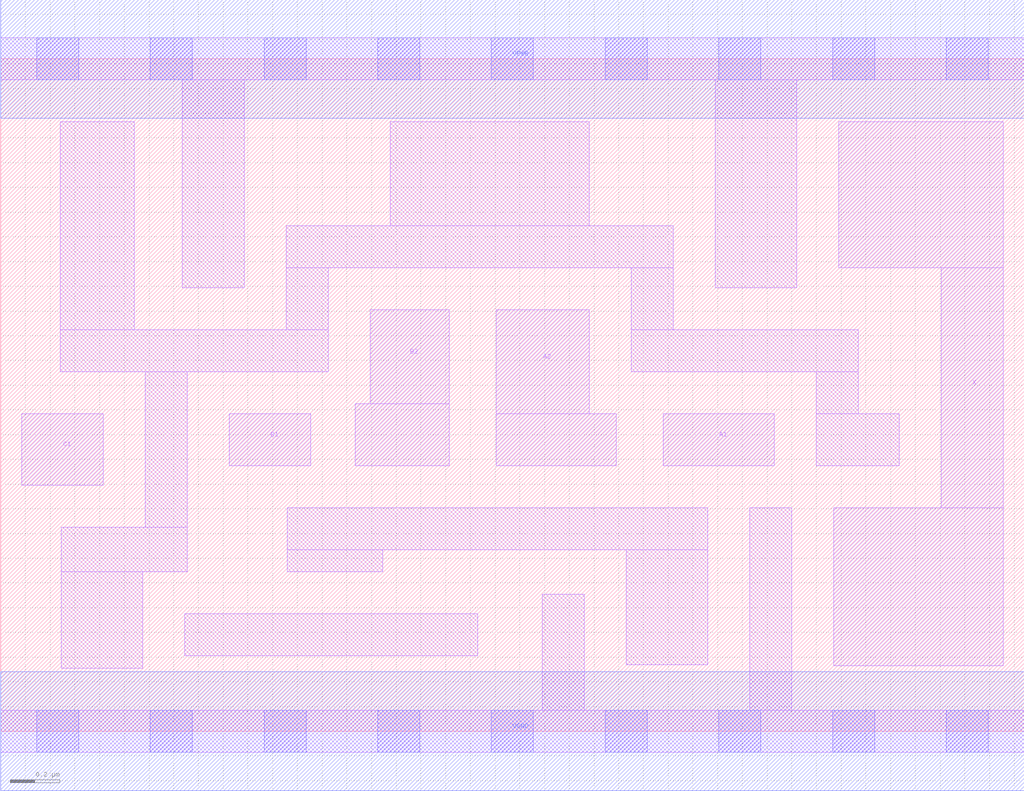
<source format=lef>
# Copyright 2020 The SkyWater PDK Authors
#
# Licensed under the Apache License, Version 2.0 (the "License");
# you may not use this file except in compliance with the License.
# You may obtain a copy of the License at
#
#     https://www.apache.org/licenses/LICENSE-2.0
#
# Unless required by applicable law or agreed to in writing, software
# distributed under the License is distributed on an "AS IS" BASIS,
# WITHOUT WARRANTIES OR CONDITIONS OF ANY KIND, either express or implied.
# See the License for the specific language governing permissions and
# limitations under the License.
#
# SPDX-License-Identifier: Apache-2.0

VERSION 5.7 ;
  NAMESCASESENSITIVE ON ;
  NOWIREEXTENSIONATPIN ON ;
  DIVIDERCHAR "/" ;
  BUSBITCHARS "[]" ;
UNITS
  DATABASE MICRONS 200 ;
END UNITS
MACRO sky130_fd_sc_hd__o221a_1
  CLASS CORE ;
  FOREIGN sky130_fd_sc_hd__o221a_1 ;
  ORIGIN  0.000000  0.000000 ;
  SIZE  4.140000 BY  2.720000 ;
  SYMMETRY X Y R90 ;
  SITE unithd ;
  PIN A1
    ANTENNAGATEAREA  0.247500 ;
    DIRECTION INPUT ;
    USE SIGNAL ;
    PORT
      LAYER li1 ;
        RECT 2.680000 1.075000 3.130000 1.285000 ;
    END
  END A1
  PIN A2
    ANTENNAGATEAREA  0.247500 ;
    DIRECTION INPUT ;
    USE SIGNAL ;
    PORT
      LAYER li1 ;
        RECT 2.005000 1.075000 2.490000 1.285000 ;
        RECT 2.005000 1.285000 2.380000 1.705000 ;
    END
  END A2
  PIN B1
    ANTENNAGATEAREA  0.247500 ;
    DIRECTION INPUT ;
    USE SIGNAL ;
    PORT
      LAYER li1 ;
        RECT 0.925000 1.075000 1.255000 1.285000 ;
    END
  END B1
  PIN B2
    ANTENNAGATEAREA  0.247500 ;
    DIRECTION INPUT ;
    USE SIGNAL ;
    PORT
      LAYER li1 ;
        RECT 1.435000 1.075000 1.815000 1.325000 ;
        RECT 1.495000 1.325000 1.815000 1.705000 ;
    END
  END B2
  PIN C1
    ANTENNAGATEAREA  0.247500 ;
    DIRECTION INPUT ;
    USE SIGNAL ;
    PORT
      LAYER li1 ;
        RECT 0.085000 0.995000 0.415000 1.285000 ;
    END
  END C1
  PIN X
    ANTENNADIFFAREA  0.462000 ;
    DIRECTION OUTPUT ;
    USE SIGNAL ;
    PORT
      LAYER li1 ;
        RECT 3.370000 0.265000 4.055000 0.905000 ;
        RECT 3.390000 1.875000 4.055000 2.465000 ;
        RECT 3.805000 0.905000 4.055000 1.875000 ;
    END
  END X
  PIN VGND
    DIRECTION INOUT ;
    SHAPE ABUTMENT ;
    USE GROUND ;
    PORT
      LAYER met1 ;
        RECT 0.000000 -0.240000 4.140000 0.240000 ;
    END
  END VGND
  PIN VPWR
    DIRECTION INOUT ;
    SHAPE ABUTMENT ;
    USE POWER ;
    PORT
      LAYER met1 ;
        RECT 0.000000 2.480000 4.140000 2.960000 ;
    END
  END VPWR
  OBS
    LAYER li1 ;
      RECT 0.000000 -0.085000 4.140000 0.085000 ;
      RECT 0.000000  2.635000 4.140000 2.805000 ;
      RECT 0.240000  1.455000 1.325000 1.625000 ;
      RECT 0.240000  1.625000 0.540000 2.465000 ;
      RECT 0.245000  0.255000 0.575000 0.645000 ;
      RECT 0.245000  0.645000 0.755000 0.825000 ;
      RECT 0.585000  0.825000 0.755000 1.455000 ;
      RECT 0.735000  1.795000 0.985000 2.635000 ;
      RECT 0.745000  0.305000 1.930000 0.475000 ;
      RECT 1.155000  1.625000 1.325000 1.875000 ;
      RECT 1.155000  1.875000 2.720000 2.045000 ;
      RECT 1.160000  0.645000 1.545000 0.735000 ;
      RECT 1.160000  0.735000 2.860000 0.905000 ;
      RECT 1.575000  2.045000 2.380000 2.465000 ;
      RECT 2.190000  0.085000 2.360000 0.555000 ;
      RECT 2.530000  0.270000 2.860000 0.735000 ;
      RECT 2.550000  1.455000 3.470000 1.625000 ;
      RECT 2.550000  1.625000 2.720000 1.875000 ;
      RECT 2.890000  1.795000 3.220000 2.635000 ;
      RECT 3.030000  0.085000 3.200000 0.905000 ;
      RECT 3.300000  1.075000 3.635000 1.285000 ;
      RECT 3.300000  1.285000 3.470000 1.455000 ;
    LAYER mcon ;
      RECT 0.145000 -0.085000 0.315000 0.085000 ;
      RECT 0.145000  2.635000 0.315000 2.805000 ;
      RECT 0.605000 -0.085000 0.775000 0.085000 ;
      RECT 0.605000  2.635000 0.775000 2.805000 ;
      RECT 1.065000 -0.085000 1.235000 0.085000 ;
      RECT 1.065000  2.635000 1.235000 2.805000 ;
      RECT 1.525000 -0.085000 1.695000 0.085000 ;
      RECT 1.525000  2.635000 1.695000 2.805000 ;
      RECT 1.985000 -0.085000 2.155000 0.085000 ;
      RECT 1.985000  2.635000 2.155000 2.805000 ;
      RECT 2.445000 -0.085000 2.615000 0.085000 ;
      RECT 2.445000  2.635000 2.615000 2.805000 ;
      RECT 2.905000 -0.085000 3.075000 0.085000 ;
      RECT 2.905000  2.635000 3.075000 2.805000 ;
      RECT 3.365000 -0.085000 3.535000 0.085000 ;
      RECT 3.365000  2.635000 3.535000 2.805000 ;
      RECT 3.825000 -0.085000 3.995000 0.085000 ;
      RECT 3.825000  2.635000 3.995000 2.805000 ;
  END
END sky130_fd_sc_hd__o221a_1
END LIBRARY

</source>
